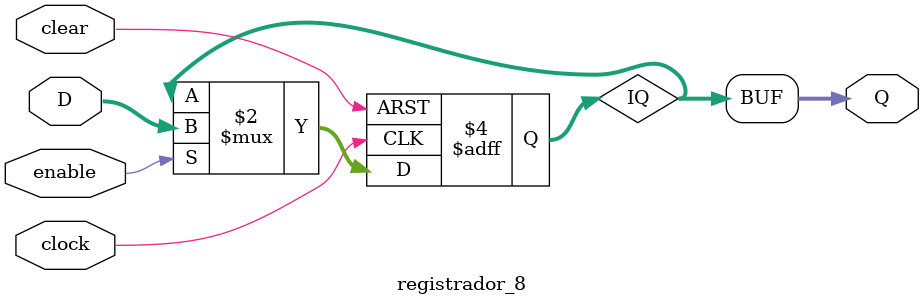
<source format=v>
module registrador_8 (
    input        clock,
    input        clear,
    input        enable,
    input  [7:0] D,
    output [7:0] Q
);

    reg [7:0] IQ;

    always @(posedge clock or posedge clear) begin
        if (clear)
            IQ <= 0;
        else if (enable)
            IQ <= D;
    end

    assign Q = IQ;

endmodule
</source>
